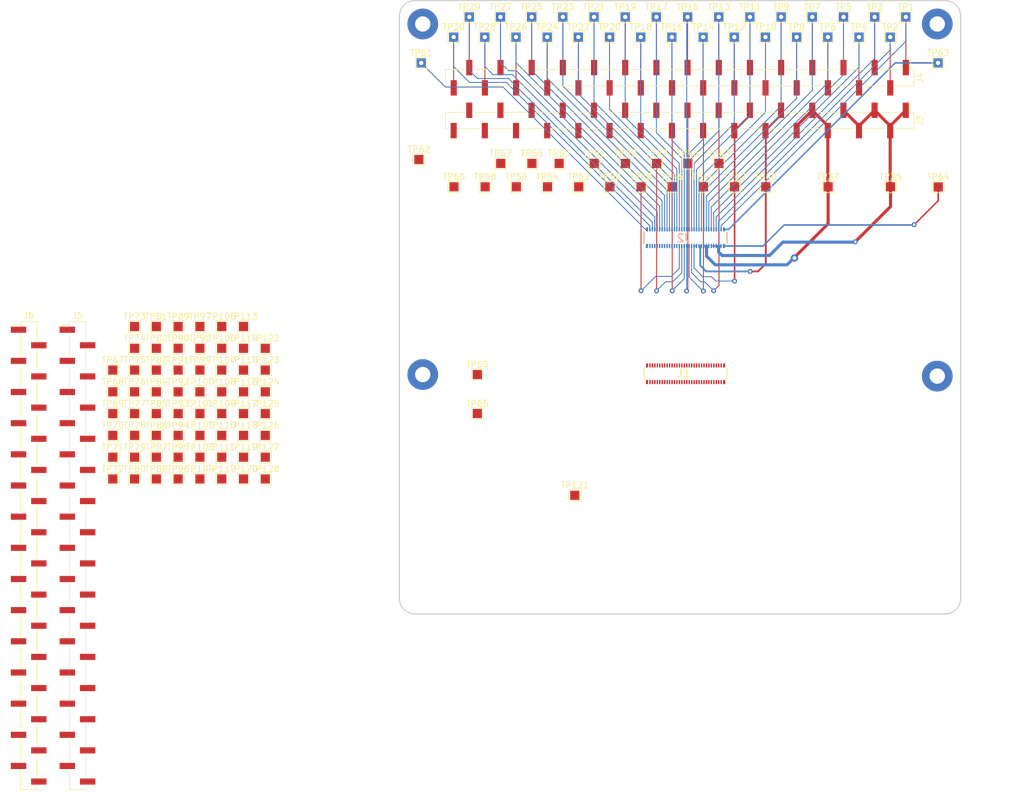
<source format=kicad_pcb>
(kicad_pcb (version 20221018) (generator pcbnew)
  (layers (0 "F.Cu" signal) (31 "B.Cu" signal) (34 "B.Paste" user) (35 "F.Paste" user) (36 "B.SilkS" user "B.Silkscreen") (37 "F.SilkS" user "F.Silkscreen") (38 "B.Mask" user) (39 "F.Mask" user) (44 "Edge.Cuts" user))
  (net 0 "")
  (net 1 "/VCCIO2{slash}3")
  (net 2 "/IOB4A")
  (net 3 "/IOB4B")
  (net 4 "/IOR18A")
  (net 5 "/IOB26A")
  (net 6 "/IOR18B")
  (net 7 "/IOB26B")
  (net 8 "/IOR20A")
  (net 9 "/IOB24A")
  (net 10 "/IOR20B")
  (net 11 "/RECONFIG")
  (net 12 "/IOR22A")
  (net 13 "/IOB12B")
  (net 14 "/IOR22B")
  (net 15 "/IOB14B")
  (net 16 "/IOR24A")
  (net 17 "/IOR24B")
  (net 18 "/TCK")
  (net 19 "/IOR31A")
  (net 20 "/TMS")
  (net 21 "/IOR31B")
  (net 22 "/TDO")
  (net 23 "/IOR33A")
  (net 24 "/TDI")
  (net 25 "/IOR33B")
  (net 26 "/IOB89A")
  (net 27 "/M0_D3P")
  (net 28 "/IOB89B")
  (net 29 "/M0_D3N")
  (net 30 "/IOB91A")
  (net 31 "/IOB91B")
  (net 32 "/M0_D2P")
  (net 33 "/VDD_1V8")
  (net 34 "/M0_D2N")
  (net 35 "+2V5")
  (net 36 "/M0_CKP")
  (net 37 "/M0_CKN")
  (net 38 "+3V3")
  (net 39 "/M0_D1P")
  (net 40 "/M0_D1N")
  (net 41 "+5V")
  (net 42 "/M0_D0P")
  (net 43 "/M0_D0N")
  (net 44 "Net-(J5-Pin_10)")
  (net 45 "Net-(J1-Pad64)")
  (net 46 "Net-(J1-Pad63)")
  (net 47 "Net-(J1-Pad62)")
  (net 48 "Net-(J1-Pad61)")
  (net 49 "Net-(J5-Pin_1)")
  (net 50 "Net-(J5-Pin_6)")
  (net 51 "Net-(J5-Pin_9)")
  (net 52 "Net-(J5-Pin_29)")
  (net 53 "GND")
  (footprint "TestPoint:TestPoint_Pad_1.5x1.5mm" (layer "F.Cu") (at 96.526 113.828)
    (fp_text reference "TP114")
    (fp_text value "TestPoint")
  )
  (footprint "TestPoint:TestPoint_Pad_1.5x1.5mm" (layer "F.Cu") (at 85.876 120.928)
    (fp_text reference "TP92")
    (fp_text value "TestPoint")
  )
  (footprint "TestPoint:TestPoint_Pad_1.5x1.5mm" (layer "F.Cu") (at 78.776 131.578)
    (fp_text reference "TP79")
    (fp_text value "TestPoint")
  )
  (footprint "TestPoint:TestPoint_Pad_1.5x1.5mm" (layer "F.Cu") (at 158.75 83.693)
    (fp_text reference "TP49")
    (fp_text value "TestPoint")
  )
  (footprint "TestPoint:TestPoint_Pad_1.5x1.5mm" (layer "F.Cu") (at 100.076 131.578)
    (fp_text reference "TP127")
    (fp_text value "TestPoint")
  )
  (footprint "TestPoint:TestPoint_Pad_1.5x1.5mm" (layer "F.Cu") (at 92.976 131.578)
    (fp_text reference "TP111")
    (fp_text value "TestPoint")
  )
  (footprint "TestPoint:TestPoint_Pad_1.5x1.5mm" (layer "F.Cu") (at 147.955 83.693)
    (fp_text reference "TP53")
    (fp_text value "TestPoint")
  )
  (footprint "TestPoint:TestPoint_THTPad_1.5x1.5mm_Drill0.7mm" (layer "F.Cu") (at 153.632 59.817)
    (fp_text reference "TP21")
    (fp_text value "TestPoint")
  )
  (footprint "TestPoint:TestPoint_Pad_1.5x1.5mm" (layer "F.Cu") (at 100.076 113.828)
    (fp_text reference "TP122")
    (fp_text value "TestPoint")
  )
  (footprint "TestPoint:TestPoint_THTPad_1.5x1.5mm_Drill0.7mm" (layer "F.Cu") (at 158.712 59.817)
    (fp_text reference "TP19")
    (fp_text value "TestPoint")
  )
  (footprint "TestPoint:TestPoint_Pad_1.5x1.5mm" (layer "F.Cu") (at 75.226 124.478)
    (fp_text reference "TP69")
    (fp_text value "TestPoint")
  )
  (footprint "TestPoint:TestPoint_Pad_1.5x1.5mm" (layer "F.Cu") (at 78.776 110.278)
    (fp_text reference "TP73")
    (fp_text value "TestPoint")
  )
  (footprint "MountingHole:MountingHole_2.5mm_Pad_TopBottom" (layer "F.Cu") (at 125.73 60.96)
    (fp_text reference "REF**" hide)
    (fp_text value "MountingHole_2.5mm_Pad_TopBottom" hide)
  )
  (footprint "TestPoint:TestPoint_Pad_1.5x1.5mm" (layer "F.Cu") (at 96.526 124.478)
    (fp_text reference "TP117")
    (fp_text value "TestPoint")
  )
  (footprint "TestPoint:TestPoint_THTPad_1.5x1.5mm_Drill0.7mm" (layer "F.Cu") (at 156.1592 63.0936)
    (fp_text reference "TP20")
    (fp_text value "TestPoint")
  )
  (footprint "TestPoint:TestPoint_Pad_1.5x1.5mm" (layer "F.Cu") (at 176.53 87.503)
    (fp_text reference "TP42")
    (fp_text value "TestPoint")
  )
  (footprint "TestPoint:TestPoint_Pad_1.5x1.5mm" (layer "F.Cu") (at 96.526 135.128)
    (fp_text reference "TP120")
    (fp_text value "TestPoint")
  )
  (footprint "TestPoint:TestPoint_Pad_1.5x1.5mm" (layer "F.Cu") (at 82.326 110.278)
    (fp_text reference "TP81")
    (fp_text value "TestPoint")
  )
  (footprint "TestPoint:TestPoint_Pad_1.5x1.5mm" (layer "F.Cu") (at 134.62 118.11)
    (fp_text reference "TP65")
    (fp_text value "TestPoint")
  )
  (footprint "TestPoint:TestPoint_Pad_1.5x1.5mm" (layer "F.Cu") (at 92.976 113.828)
    (fp_text reference "TP106")
    (fp_text value "TestPoint")
  )
  (footprint "TestPoint:TestPoint_Pad_1.5x1.5mm" (layer "F.Cu") (at 78.776 113.828)
    (fp_text reference "TP74")
    (fp_text value "TestPoint")
  )
  (footprint "TestPoint:TestPoint_THTPad_1.5x1.5mm_Drill0.7mm" (layer "F.Cu") (at 163.792 59.817)
    (fp_text reference "TP17")
    (fp_text value "TestPoint")
  )
  (footprint "TestPoint:TestPoint_Pad_1.5x1.5mm" (layer "F.Cu") (at 85.876 124.478)
    (fp_text reference "TP93")
    (fp_text value "TestPoint")
  )
  (footprint "TestPoint:TestPoint_Pad_1.5x1.5mm" (layer "F.Cu") (at 209.7024 87.5284)
    (fp_text reference "TP64")
    (fp_text value "TestPoint")
  )
  (footprint "TestPoint:TestPoint_THTPad_1.5x1.5mm_Drill0.7mm" (layer "F.Cu") (at 171.3992 63.0936)
    (fp_text reference "TP14")
    (fp_text value "TestPoint")
  )
  (footprint "TestPoint:TestPoint_Pad_1.5x1.5mm" (layer "F.Cu") (at 82.326 117.378)
    (fp_text reference "TP83")
    (fp_text value "TestPoint")
  )
  (footprint "TestPoint:TestPoint_THTPad_1.5x1.5mm_Drill0.7mm" (layer "F.Cu") (at 191.7192 63.0936)
    (fp_text reference "TP6")
    (fp_text value "TestPoint")
  )
  (footprint "TestPoint:TestPoint_Pad_1.5x1.5mm" (layer "F.Cu") (at 89.426 120.928)
    (fp_text reference "TP100")
    (fp_text value "TestPoint")
  )
  (footprint "TestPoint:TestPoint_THTPad_1.5x1.5mm_Drill0.7mm" (layer "F.Cu") (at 176.4792 63.0936)
    (fp_text reference "TP12")
    (fp_text value "TestPoint")
  )
  (footprint "TestPoint:TestPoint_Pad_1.5x1.5mm" (layer "F.Cu") (at 135.89 87.503)
    (fp_text reference "TP58")
    (fp_text value "TestPoint")
  )
  (footprint "TestPoint:TestPoint_THTPad_1.5x1.5mm_Drill0.7mm" (layer "F.Cu") (at 161.2392 63.0936)
    (fp_text reference "TP18")
    (fp_text value "TestPoint")
  )
  (footprint "TestPoint:TestPoint_Pad_1.5x1.5mm" (layer "F.Cu") (at 96.526 120.928)
    (fp_text reference "TP116")
    (fp_text value "TestPoint")
  )
  (footprint "TestPoint:TestPoint_Pad_1.5x1.5mm" (layer "F.Cu") (at 161.29 87.503)
    (fp_text reference "TP48")
    (fp_text value "TestPoint")
  )
  (footprint "TestPoint:TestPoint_Pad_1.5x1.5mm" (layer "F.Cu") (at 82.326 128.028)
    (fp_text reference "TP86")
    (fp_text value "TestPoint")
  )
  (footprint "TestPoint:TestPoint_THTPad_1.5x1.5mm_Drill0.7mm" (layer "F.Cu") (at 204.432 59.817)
    (fp_text reference "TP1")
    (fp_text value "TestPoint")
  )
  (footprint "TestPoint:TestPoint_THTPad_1.5x1.5mm_Drill0.7mm" (layer "F.Cu") (at 196.7992 63.0936)
    (fp_text reference "TP4")
    (fp_text value "TestPoint")
  )
  (footprint "TestPoint:TestPoint_Pad_1.5x1.5mm" (layer "F.Cu") (at 181.61 87.503)
    (fp_text reference "TP40")
    (fp_text value "TestPoint")
  )
  (footprint "TestPoint:TestPoint_Pad_1.5x1.5mm" (layer "F.Cu") (at 75.226 117.378)
    (fp_text reference "TP67")
    (fp_text value "TestPoint")
  )
  (footprint "TestPoint:TestPoint_Pad_1.5x1.5mm" (layer "F.Cu") (at 78.776 135.128)
    (fp_text reference "TP80")
    (fp_text value "TestPoint")
  )
  (footprint "TestPoint:TestPoint_Pad_1.5x1.5mm" (layer "F.Cu") (at 153.67 83.693)
    (fp_text reference "TP51")
    (fp_text value "TestPoint")
  )
  (footprint "TestPoint:TestPoint_THTPad_1.5x1.5mm_Drill0.7mm" (layer "F.Cu") (at 148.552 59.817)
    (fp_text reference "TP23")
    (fp_text value "TestPoint")
  )
  (footprint "TestPoint:TestPoint_THTPad_1.5x1.5mm_Drill0.7mm" (layer "F.Cu") (at 194.272 59.817)
    (fp_text reference "TP5")
    (fp_text value "TestPoint")
  )
  (footprint "TestPoint:TestPoint_Pad_1.5x1.5mm" (layer "F.Cu") (at 89.426 128.028)
    (fp_text reference "TP102")
    (fp_text value "TestPoint")
  )
  (footprint "MountingHole:MountingHole_2.5mm_Pad_TopBottom" (layer "F.Cu") (at 125.73 118.11)
    (fp_text reference "REF**" hide)
    (fp_text value "MountingHole_2.5mm_Pad_TopBottom")
  )
  (footprint "TestPoint:TestPoint_Pad_1.5x1.5mm" (layer "F.Cu") (at 82.326 120.928)
    (fp_text reference "TP84")
    (fp_text value "TestPoint")
  )
  (footprint "TestPoint:TestPoint_Pad_1.5x1.5mm" (layer "F.Cu") (at 166.37 87.503)
    (fp_text reference "TP46")
    (fp_text value "TestPoint")
  )
  (footprint "Connector_PinHeader_2.54mm:PinHeader_1x30_P2.54mm_Vertical_SMD_Pin1Left" (layer "F.Cu") (at 69.476 147.628)
    (fp_text reference "J5")
    (fp_text value "Conn_01x30")
  )
  (footprint "TestPoint:TestPoint_THTPad_1.5x1.5mm_Drill0.7mm" (layer "F.Cu") (at 166.3192 63.0936)
    (fp_text reference "TP16")
    (fp_text value "TestPoint")
  )
  (footprint "TestPoint:TestPoint_Pad_1.5x1.5mm" (layer "F.Cu") (at 85.876 131.578)
    (fp_text reference "TP95")
    (fp_text value "TestPoint")
  )
  (footprint "TestPoint:TestPoint_Pad_1.5x1.5mm" (layer "F.Cu") (at 82.326 124.478)
    (fp_text reference "TP85")
    (fp_text value "TestPoint")
  )
  (footprint "TestPoint:TestPoint_Pad_1.5x1.5mm" (layer "F.Cu") (at 89.426 135.128)
    (fp_text reference "TP104")
    (fp_text value "TestPoint")
  )
  (footprint "TestPoint:TestPoint_THTPad_1.5x1.5mm_Drill0.7mm" (layer "F.Cu") (at 189.192 59.817)
    (fp_text reference "TP7")
    (fp_text value "TestPoint")
  )
  (footprint "TestPoint:TestPoint_Pad_1.5x1.5mm" (layer "F.Cu") (at 85.876 117.378)
    (fp_text reference "TP91")
    (fp_text value "TestPoint")
  )
  (footprint "TestPoint:TestPoint_THTPad_1.5x1.5mm_Drill0.7mm" (layer "F.Cu") (at 201.8792 63.0936)
    (fp_text reference "TP2")
    (fp_text value "TestPoint")
  )
  (footprint "MountingHole:MountingHole_2.5mm_Pad_TopBottom" (layer "F.Cu") (at 209.55 60.96)
    (fp_text reference "REF**" hide)
    (fp_text value "MountingHole_2.5mm_Pad_TopBottom" hide)
  )
  (footprint "TestPoint:TestPoint_Pad_1.5x1.5mm" (layer "F.Cu") (at 100.076 124.478)
    (fp_text reference "TP125")
    (fp_text value "TestPoint")
  )
  (footprint "MountingHole:MountingHole_2.5mm_Pad_TopBottom" (layer "F.Cu") (at 209.55 118.364)
    (fp_text reference "REF**" hide)
    (fp_text value "MountingHole_2.5mm_Pad_TopBottom")
  )
  (footprint "TestPoint:TestPoint_Pad_1.5x1.5mm" (layer "F.Cu") (at 89.426 113.828)
    (fp_text reference "TP98")
    (fp_text value "TestPoint")
  )
  (footprint "TestPoint:TestPoint_THTPad_1.5x1.5mm_Drill0.7mm" (layer "F.Cu") (at 179.032 59.817)
    (fp_text reference "TP11")
    (fp_text value "TestPoint")
  )
  (footprint "TestPoint:TestPoint_THTPad_1.5x1.5mm_Drill0.7mm" (layer "F.Cu") (at 135.8392 63.0936)
    (fp_text reference "TP28")
    (fp_text value "TestPoint")
  )
  (footprint "TestPoint:TestPoint_THTPad_1.5x1.5mm_Drill0.7mm" (layer "F.Cu") (at 168.872 59.817)
    (fp_text reference "TP15")
    (fp_text value "TestPoint")
  )
  (footprint "TestPoint:TestPoint_Pad_1.5x1.5mm" (layer "F.Cu") (at 96.526 128.028)
    (fp_text reference "TP118")
    (fp_text value "TestPoint")
  )
  (footprint "TestPoint:TestPoint_Pad_1.5x1.5mm" (layer "F.Cu") (at 150.495 137.795)
    (fp_text reference "TP121")
    (fp_text value "TestPoint")
  )
  (footprint "TestPoint:TestPoint_Pad_1.5x1.5mm" (layer "F.Cu") (at 75.226 128.028)
    (fp_text reference "TP70")
    (fp_text value "TestPoint")
  )
  (footprint "SamacSys_Parts:DF40C-60DP-0.4V_51_" (layer "F.Cu") (at 168.5448 117.982)
    (fp_text reference "J1")
    (fp_text value "DF40C-60DP-0.4V_51_" hide)
  )
  (footprint "TestPoint:TestPoint_Pad_1.5x1.5mm" (layer "F.Cu") (at 151.13 87.503)
    (fp_text reference "TP52")
    (fp_text value "TestPoint")
  )
  (footprint "TestPoint:TestPoint_Pad_1.5x1.5mm" (layer "F.Cu") (at 85.876 135.128)
    (fp_text reference "TP96")
    (fp_text value "TestPoint")
  )
  (footprint "TestPoint:TestPoint_Pad_1.5x1.5mm" (layer "F.Cu") (at 89.426 124.478)
    (fp_text reference "TP101")
    (fp_text value "TestPoint")
  )
  (footprint "TestPoint:TestPoint_Pad_1.5x1.5mm" (layer "F.Cu") (at 201.93 87.503)
    (fp_text reference "TP35")
    (fp_text value "TestPoint")
  )
  (footprint "TestPoint:TestPoint_THTPad_1.5x1.5mm_Drill0.7mm" (layer "F.Cu") (at 184.112 59.817)
    (fp_text reference "TP9")
    (fp_text value "TestPoint")
  )
  (footprint "TestPoint:TestPoint_THTPad_1.5x1.5mm_Drill0.7mm" (layer "F.Cu") (at 186.6392 63.0936)
    (fp_text reference "TP8")
    (fp_text value "TestPoint")
  )
  (footprint "TestPoint:TestPoint_Pad_1.5x1.5mm" (layer "F.Cu") (at 92.976 135.128)
    (fp_text reference "TP112")
    (fp_text value "TestPoint")
  )
  (footprint "TestPoint:TestPoint_Pad_1.5x1.5mm" (layer "F.Cu") (at 92.976 117.378)
    (fp_text reference "TP107")
    (fp_text value "TestPoint")
  )
  (footprint "TestPoint:TestPoint_Pad_1.5x1.5mm" (layer "F.Cu") (at 100.076 120.928)
    (fp_text reference "TP124")
    (fp_text value "TestPoint")
  )
  (footprint "TestPoint:TestPoint_THTPad_1.5x1.5mm_Drill0.7mm" (layer "F.Cu") (at 151.0792 63.0936)
    (fp_text reference "TP22")
    (fp_text value "TestPoint")
  )
  (footprint "TestPoint:TestPoint_Pad_1.5x1.5mm" (layer "F.Cu") (at 78.776 120.928)
    (fp_text reference "TP76")
    (fp_text value "TestPoint")
  )
  (footprint "TestPoint:TestPoint_Pad_1.5x1.5mm" (layer "F.Cu") (at 82.326 135.128)
    (fp_text reference "TP88")
    (fp_text value "TestPoint")
  )
  (footprint "TestPoint:TestPoint_THTPad_1.5x1.5mm_Drill0.7mm" (layer "F.Cu") (at 133.312 59.817)
    (fp_text reference "TP29")
    (fp_text value "TestPoint")
  )
  (footprint "TestPoint:TestPoint_Pad_1.5x1.5mm" (layer "F.Cu") (at 156.21 87.503)
    (fp_text reference "TP50")
    (fp_text value "TestPoint")
  )
  (footprint "TestPoint:TestPoint_THTPad_1.5x1.5mm_Drill0.7mm" (layer "F.Cu") (at 181.5592 63.0936)
    (fp_text reference "TP10")
    (fp_text value "TestPoint")
  )
  (footprint "TestPoint:TestPoint_Pad_1.5x1.5mm" (layer "F.Cu") (at 134.62 124.46)
    (fp_text reference "TP66")
    (fp_text value "TestPoint")
  )
  (footprint "TestPoint:TestPoint_Pad_1.5x1.5mm" (layer "F.Cu") (at 92.976 110.278)
    (fp_text reference "TP105")
    (fp_text value "TestPoint")
  )
  (footprint "Connector_PinHeader_2.54mm:PinHeader_1x30_P2.54mm_Vertical_SMD_Pin1Left" (layer "F.Cu") (at 167.602 69.719 -90)
    (fp_text reference "J4")
    (fp_text value "Conn_01x30")
  )
  (footprint "TestPoint:TestPoint_Pad_1.5x1.5mm" (layer "F.Cu") (at 75.226 135.128)
    (fp_text reference "TP72")
    (fp_text value "TestPoint")
  )
  (footprint "TestPoint:TestPoint_THTPad_1.5x1.5mm_Drill0.7mm" (layer "F.Cu") (at 130.7592 63.0936)
    (fp_text reference "TP30")
    (fp_text value "TestPoint")
  )
  (footprint "TestPoint:TestPoint_Pad_1.5x1.5mm" (layer "F.Cu") (at 168.91 83.693)
    (fp_text reference "TP45")
    (fp_text value "TestPoint")
  )
  (footprint "TestPoint:TestPoint_Pad_1.5x1.5mm" (layer "F.Cu") (at 96.526 117.378)
    (fp_text reference "TP115")
    (fp_text value "TestPoint")
  )
  (footprint "TestPoint:TestPoint_Pad_1.5x1.5mm" (layer "F.Cu") (at 130.81 87.503)
    (fp_text reference "TP60")
    (fp_text value "TestPoint")
  )
  (footprint "TestPoint:TestPoint_THTPad_1.5x1.5mm_Drill0.7mm" (layer "F.Cu") (at 138.392 59.817)
    (fp_text reference "TP27")
    (fp_text value "TestPoint")
  )
  (footprint "Connector_PinHeader_2.54mm:PinHeader_1x30_P2.54mm_Vertical_SMD_Pin1Left" (layer "F.Cu") (at 61.526 147.628)
    (fp_text reference "J6")
    (fp_text value "Conn_01x30")
  )
  (footprint "TestPoint:TestPoint_Pad_1.5x1.5mm" (layer "F.Cu") (at 82.326 131.578)
    (fp_text reference "TP87")
    (fp_text value "TestPoint")
  )
  (footprint "TestPoint:TestPoint_Pad_1.5x1.5mm" (layer "F.Cu") (at 96.526 110.278)
    (fp_text reference "TP113")
    (fp_text value "TestPoint")
  )
  (footprint "TestPoint:TestPoint_Pad_1.5x1.5mm" (layer "F.Cu") (at 96.526 131.578)
    (fp_text reference "TP119")
    (fp_text value "TestPoint")
  )
  (footprint "TestPoint:TestPoint_Pad_1.5x1.5mm" (layer "F.Cu") (at 138.43 83.693)
    (fp_text reference "TP57")
    (fp_text value "TestPoint")
  )
  (footprint "TestPoint:TestPoint_Pad_1.5x1.5mm" (layer "F.Cu") (at 78.776 117.378)
    (fp_text reference "TP75")
    (fp_text value "TestPoint")
  )
  (footprint "TestPoint:TestPoint_Pad_1.5x1.5mm" (layer "F.Cu") (at 85.876 110.278)
    (fp_text reference "TP89")
    (fp_text value "TestPoint")
  )
  (footprint "TestPoint:TestPoint_Pad_1.5x1.5mm" (layer "F.Cu") (at 78.776 128.028)
    (fp_text reference "TP78")
    (fp_text value "TestPoint")
  )
  (footprint "Connector_PinHeader_2.54mm:PinHeader_1x30_P2.54mm_Vertical_SMD_Pin1Left" (layer "F.Cu") (at 167.5892 76.6866 -90)
    (fp_text reference "J3")
    (fp_text value "Conn_01x30" hide)
  )
  (footprint "TestPoint:TestPoint_Pad_1.5x1.5mm" (layer "F.Cu") (at 92.976 124.478)
    (fp_text reference "TP109")
    (fp_text value "TestPoint")
  )
  (footprint "TestPoint:TestPoint_Pad_1.5x1.5mm" (layer "F.Cu") (at 85.876 113.828)
    (fp_text reference "TP90")
    (fp_text value "TestPoint")
  )
  (footprint "TestPoint:TestPoint_Pad_1.5x1.5mm" (layer "F.Cu") (at 146.05 87.503)
    (fp_text reference "TP54")
    (fp_text value "TestPoint")
  )
  (footprint "TestPoint:TestPoint_Pad_1.5x1.5mm" (layer "F.Cu") (at 100.076 117.378)
    (fp_text reference "TP123")
    (fp_text value "TestPoint")
  )
  (footprint "TestPoint:TestPoint_THTPad_1.5x1.5mm_Drill0.7mm" (layer "F.Cu") (at 209.677 67.31)
    (fp_text reference "TP63")
    (fp_text value "TestPoint")
  )
  (footprint "TestPoint:TestPoint_Pad_1.5x1.5mm" (layer "F.Cu") (at 89.426 131.578)
    (fp_text reference "TP103")
    (fp_text value "TestPoint")
  )
  (footprint "TestPoint:TestPoint_Pad_1.5x1.5mm" (layer "F.Cu") (at 173.99 83.693)
    (fp_text reference "TP43")
    (fp_text value "TestPoint")
  )
  (footprint "TestPoint:TestPoint_Pad_1.5x1.5mm" (layer "F.Cu") (at 100.076 135.128)
    (fp_text reference "TP128")
    (fp_text value "TestPoint")
  )
  (footprint "TestPoint:TestPoint_Pad_1.5x1.5mm" (layer "F.Cu") (at 75.226 120.928)
    (fp_text reference "TP68")
    (fp_text value "TestPoint")
  )
  (footprint "TestPoint:TestPoint_Pad_1.5x1.5mm" (layer "F.Cu") (at 163.83 83.693)
    (fp_text reference "TP47")
    (fp_text value "TestPoint")
  )
  (footprint "TestPoint:TestPoint_Pad_1.5x1.5mm" (layer "F.Cu") (at 82.326 113.828)
    (fp_text reference "TP82")
    (fp_text value "TestPoint")
  )
  (footprint "TestPoint:TestPoint_Pad_1.5x1.5mm" (layer "F.Cu") (at 92.976 120.928)
    (fp_text reference "TP108")
    (fp_text value "TestPoint")
  )
  (footprint "TestPoint:TestPoint_Pad_1.5x1.5mm" (layer "F.Cu") (at 78.776 124.478)
    (fp_text reference "TP77")
    (fp_text value "TestPoint")
  )
  (footprint "TestPoint:TestPoint_Pad_1.5x1.5mm" (layer "F.Cu") (at 89.426 110.278)
    (fp_text reference "TP97")
    (fp_text value "TestPoint")
  )
  (footprint "TestPoint:TestPoint_Pad_1.5x1.5mm" (layer "F.Cu") (at 191.77 87.503)
    (fp_text reference "TP37")
    (fp_text value "TestPoint")
  )
  (footprint "TestPoint:TestPoint_THTPad_1.5x1.5mm_Drill0.7mm" (layer "F.Cu") (at 143.472 59.817)
    (fp_text reference "TP25")
    (fp_text value "TestPoint")
  )
  (footprint "TestPoint:TestPoint_Pad_1.5x1.5mm" (layer "F.Cu") (at 100.076 128.028)
    (fp_text reference "TP126")
    (fp_text value "TestPoint")
  )
  (footprint "TestPoint:TestPoint_THTPad_1.5x1.5mm_Drill0.7mm" (layer "F.Cu") (at 145.9992 63.0936)
    (fp_text reference "TP24")
    (fp_text value "TestPoint")
  )
  (footprint "TestPoint:TestPoint_THTPad_1.5x1.5mm_Drill0.7mm" (layer "F.Cu") (at 140.9192 63.0936)
    (fp_text reference "TP26")
    (fp_text value "TestPoint")
  )
  (footprint "TestPoint:TestPoint_Pad_1.5x1.5mm" (layer "F.Cu") (at 143.51 83.693)
    (fp_text reference "TP55")
    (fp_text value "TestPoint")
  )
  (footprint "TestPoint:TestPoint_Pad_1.5x1.5mm" (layer "F.Cu") (at 140.97 87.503)
    (fp_text reference "TP56")
    (fp_text value "TestPoint")
  )
  (footprint "TestPoint:TestPoint_Pad_1.5x1.5mm" (layer "F.Cu") (at 85.876 128.028)
    (fp_text reference "TP94")
    (fp_text value "TestPoint")
  )
  (footprint "TestPoint:TestPoint_Pad_1.5x1.5mm" (layer "F.Cu") (at 92.976 128.028)
    (fp_text reference "TP110")
    (fp_text value "TestPoint")
  )
  (footprint "TestPoint:TestPoint_THTPad_1.5x1.5mm_Drill0.7mm" (layer "F.Cu") (at 199.352 59.817)
    (fp_text reference "TP3")
    (fp_text value "TestPoint")
  )
  (footprint "TestPoint:TestPoint_Pad_1.5x1.5mm" (layer "F.Cu") (at 171.45 87.503)
    (fp_text reference "TP44")
    (fp_text value "TestPoint")
  )
  (footprint "TestPoint:TestPoint_Pad_1.5x1.5mm" (layer "F.Cu") (at 125.095 83.058)
    (fp_text reference "TP62")
    (fp_text value "TestPoint")
  )
  (footprint "TestPoint:TestPoint_THTPad_1.5x1.5mm_Drill0.7mm" (layer "F.Cu") (at 125.476 67.31)
    (fp_text reference "TP61")
    (fp_text value "TestPoint")
  )
  (footprint "TestPoint:TestPoint_THTPad_1.5x1.5mm_Drill0.7mm" (layer "F.Cu") (at 173.952 59.817)
    (fp_text reference "TP13")
    (fp_text value "TestPoint")
  )
  (footprint "TestPoint:TestPoint_Pad_1.5x1.5mm" (layer "F.Cu") (at 75.226 131.578)
    (fp_text reference "TP71")
    (fp_text value "TestPoint")
  )
  (footprint "TestPoint:TestPoint_Pad_1.5x1.5mm" (layer "F.Cu") (at 89.426 117.378)
    (fp_text reference "TP99")
    (fp_text value "TestPoint")
  )
  (footprint "SamacSys_Parts:DF40C-60DP-0.4V_51_" (layer "B.Cu") (at 168.526 95.8)
    (fp_text reference "J2")
    (fp_text value "DF40C-60DP-0.4V_51_" hide)
  )
  (gr_line (start 210.82 57.15) (end 124.46 57.15) (stroke (width 0.2)) (layer "Edge.Cuts"))
  (gr_arc (start 124.462312 157.136238) (mid 122.666261 156.392289) (end 121.922312 154.596238) (stroke (width 0.2)) (layer "Edge.Cuts"))
  (gr_arc (start 210.82 57.15) (mid 212.616051 57.893949) (end 213.36 59.69) (stroke (width 0.2)) (layer "Edge.Cuts"))
  (gr_line (start 124.462312 157.136238) (end 210.822312 157.136238) (stroke (width 0.2)) (layer "Edge.Cuts"))
  (gr_line (start 121.92 59.69) (end 121.92 154.559) (stroke (width 0.2)) (layer "Edge.Cuts"))
  (gr_arc (start 213.362312 154.596238) (mid 212.618363 156.392289) (end 210.822312 157.136238) (stroke (width 0.2)) (layer "Edge.Cuts"))
  (gr_arc (start 121.92 59.69) (mid 122.663949 57.893949) (end 124.46 57.15) (stroke (width 0.2)) (layer "Edge.Cuts"))
  (gr_line (start 213.36 154.686) (end 213.36 59.69) (stroke (width 0.2)) (layer "Edge.Cuts"))
  (segment (start 133.312 59.817) (end 133.312 68.064) (width 0.15) (layer "F.Cu") (net 2))
  (segment (start 139.7 69.85) (end 134.62 69.85) (width 0.15) (layer "B.Cu") (net 2))
  (segment (start 133.312 68.542) (end 133.312 59.817) (width 0.15) (layer "B.Cu") (net 2))
  (segment (start 163.126 93.276) (end 139.7 69.85) (width 0.15) (layer "B.Cu") (net 2))
  (segment (start 134.62 69.85) (end 133.312 68.542) (width 0.15) (layer "B.Cu") (net 2))
  (segment (start 163.126 94.445) (end 163.126 93.276) (width 0.15) (layer "B.Cu") (net 2))
  (segment (start 135.8392 63.0936) (end 135.8392 71.3612) (width 0.15) (layer "F.Cu") (net 3))
  (segment (start 135.8392 71.3612) (end 135.852 71.374) (width 0.15) (layer "F.Cu") (net 3))
  (segment (start 163.526 92.406) (end 140.335 69.215) (width 0.15) (layer "B.Cu") (net 3))
  (segment (start 135.8392 67.8942) (end 135.8392 63.0936) (width 0.15) (layer "B.Cu") (net 3))
  (segment (start 163.526 94.445) (end 163.526 92.406) (width 0.15) (layer "B.Cu") (net 3))
  (segment (start 137.16 69.215) (end 135.8392 67.8942) (width 0.15) (layer "B.Cu") (net 3))
  (segment (start 140.335 69.215) (end 137.16 69.215) (width 0.15) (layer "B.Cu") (net 3))
  (segment (start 138.392 59.817) (end 138.392 68.064) (width 0.15) (layer "F.Cu") (net 5))
  (segment (start 163.926 91.536) (end 140.97 68.58) (width 0.15) (layer "B.Cu") (net 5))
  (segment (start 139.7 68.58) (end 138.392 67.272) (width 0.15) (layer "B.Cu") (net 5))
  (segment (start 163.926 94.445) (end 163.926 91.536) (width 0.15) (layer "B.Cu") (net 5))
  (segment (start 140.97 68.58) (end 139.7 68.58) (width 0.15) (layer "B.Cu") (net 5))
  (segment (start 138.392 67.272) (end 138.392 59.817) (width 0.15) (layer "B.Cu") (net 5))
  (segment (start 140.9192 63.0936) (end 140.9192 71.3612) (width 0.15) (layer "F.Cu") (net 7))
  (segment (start 140.9192 71.3612) (end 140.932 71.374) (width 0.15) (layer "F.Cu") (net 7))
  (segment (start 164.326 94.445) (end 164.326 90.666) (width 0.15) (layer "B.Cu") (net 7))
  (segment (start 140.9192 67.2592) (end 140.9192 63.0936) (width 0.15) (layer "B.Cu") (net 7))
  (segment (start 164.326 90.666) (end 140.9192 67.2592) (width 0.15) (layer "B.Cu") (net 7))
  (segment (start 143.472 59.817) (end 143.472 68.064) (width 0.15) (layer "F.Cu") (net 9))
  (segment (start 164.726 89.796) (end 143.472 68.542) (width 0.15) (layer "B.Cu") (net 9))
  (segment (start 164.726 94.445) (end 164.726 89.796) (width 0.15) (layer "B.Cu") (net 9))
  (segment (start 143.472 68.542) (end 143.472 59.817) (width 0.15) (layer "B.Cu") (net 9))
  (segment (start 145.9992 71.3612) (end 146.012 71.374) (width 0.15) (layer "F.Cu") (net 11))
  (segment (start 145.9992 63.0936) (end 145.9992 71.3612) (width 0.15) (layer "F.Cu") (net 11))
  (segment (start 165.126 94.445) (end 165.126 88.926) (width 0.15) (layer "B.Cu") (net 11))
  (segment (start 165.126 88.926) (end 145.9992 69.7992) (width 0.15) (layer "B.Cu") (net 11))
  (segment (start 145.9992 69.7992) (end 145.9992 63.0936) (width 0.15) (layer "B.Cu") (net 11))
  (segment (start 148.552 59.817) (end 148.552 68.064) (width 0.15) (layer "F.Cu") (net 13))
  (segment (start 165.526 88.056) (end 148.552 71.082) (width 0.15) (layer "B.Cu") (net 13))
  (segment (start 148.552 71.082) (end 148.552 59.817) (width 0.15) (layer "B.Cu") (net 13))
  (segment (start 165.526 94.445) (end 165.526 88.056) (width 0.15) (layer "B.Cu") (net 13))
  (segment (start 151.0792 71.3612) (end 151.092 71.374) (width 0.15) (layer "F.Cu") (net 15))
  (segment (start 151.0792 63.0936) (end 151.0792 71.3612) (width 0.15) (layer "F.Cu") (net 15))
  (segment (start 165.926 87.186) (end 151.0792 72.3392) (width 0.15) (layer "B.Cu") (net 15))
  (segment (start 151.0792 72.3392) (end 151.0792 63.0936) (width 0.15) (layer "B.Cu") (net 15))
  (segment (start 165.926 94.445) (end 165.926 87.186) (width 0.15) (layer "B.Cu") (net 15))
  (segment (start 156.1592 71.3612) (end 156.172 71.374) (width 0.15) (layer "F.Cu") (net 18))
  (segment (start 156.1592 63.0936) (end 156.1592 71.3612) (width 0.15) (layer "F.Cu") (net 18))
  (segment (start 166.726 85.446) (end 156.1592 74.8792) (width 0.15) (layer "B.Cu") (net 18))
  (segment (start 166.726 94.445) (end 166.726 85.446) (width 0.15) (layer "B.Cu") (net 18))
  (segment (start 156.1592 74.8792) (end 156.1592 63.0936) (width 0.15) (layer "B.Cu") (net 18))
  (segment (start 158.712 59.817) (end 158.712 68.064) (width 0.15) (layer "F.Cu") (net 20))
  (segment (start 158.712 76.162) (end 158.712 59.817) (width 0.15) (layer "B.Cu") (net 20))
  (segment (start 167.126 94.445) (end 167.126 84.576) (width 0.15) (layer "B.Cu") (net 20))
  (segment (start 167.126 84.576) (end 158.712 76.162) (width 0.15) (layer "B.Cu") (net 20))
  (segment (start 161.2392 71.3612) (end 161.252 71.374) (width 0.15) (layer "F.Cu") (net 22))
  (segment (start 161.2392 63.0936) (end 161.2392 71.3612) (width 0.15) (layer "F.Cu") (net 22))
  (segment (start 167.526 83.706) (end 161.2392 77.4192) (width 0.15) (layer "B.Cu") (net 22))
  (segment (start 161.2392 77.4192) (end 161.2392 63.0936) (width 0.15) (layer "B.Cu") (net 22))
  (segment (start 167.526 94.445) (end 167.526 83.706) (width 0.15) (layer "B.Cu") (net 22))
  (segment (start 161.29 104.4448) (end 161.29 87.503) (width 0.15) (layer "F.Cu") (net 23))
  (via (at 161.29 104.4448) (size 0.8) (drill 0.4) (layers "F.Cu" "B.Cu") (net 23))
  (segment (start 167.526 100.7996) (end 167.526 97.155) (width 0.15) (layer "B.Cu") (net 23))
  (segment (start 166.2176 102.108) (end 167.526 100.7996) (width 0.15) (layer "B.Cu") (net 23))
  (segment (start 163.6776 102.108) (end 166.2176 102.108) (width 0.15) (layer "B.Cu") (net 23))
  (segment (start 161.3408 104.4448) (end 163.6776 102.108) (width 0.15) (layer "B.Cu") (net 23))
  (segment (start 161.29 104.4448) (end 161.3408 104.4448) (width 0.15) (layer "B.Cu") (net 23))
  (segment (start 163.792 59.817) (end 163.792 68.064) (width 0.15) (layer "F.Cu") (net 24))
  (segment (start 167.926 82.836) (end 163.792 78.702) (width 0.15) (layer "B.Cu") (net 24))
  (segment (start 167.926 94.445) (end 167.926 82.836) (width 0.15) (layer "B.Cu") (net 24))
  (segment (start 163.792 78.702) (end 163.792 59.817) (width 0.15) (layer "B.Cu") (net 24))
  (segment (start 163.83 104.4448) (end 163.83 83.693) (width 0.15) (layer "F.Cu") (net 25))
  (via (at 163.83 104.4448) (size 0.8) (drill 0.4) (layers "F.Cu" "B.Cu") (net 25))
  (segment (start 163.83 104.4448) (end 165.3032 102.9716) (width 0.15) (layer "B.Cu") (net 25))
  (segment (start 167.926 101.5172) (end 167.926 97.155) (width 0.15) (layer "B.Cu") (net 25))
  (segment (start 166.4716 102.9716) (end 167.926 101.5172) (width 0.15) (layer "B.Cu") (net 25))
  (segment (start 165.3032 102.9716) (end 166.4716 102.9716) (width 0.15) (layer "B.Cu") (net 25))
  (segment (start 166.37 78.3924) (end 166.3192 78.3416) (width 0.15) (layer "F.Cu") (net 26))
  (segment (start 166.37 87.503) (end 166.37 78.3924) (width 0.15) (layer "F.Cu") (net 26))
  (segment (start 166.37 104.4448) (end 166.37 87.503) (width 0.15) (layer "F.Cu") (net 26))
  (via (at 166.37 104.4448) (size 0.8) (drill 0.4) (layers "F.Cu" "B.Cu") (net 26))
  (segment (start 168.326 102.4888) (end 168.326 97.155) (width 0.15) (layer "B.Cu") (net 26))
  (segment (start 166.37 104.4448) (end 168.326 102.4888) (width 0.15) (layer "B.Cu") (net 26))
  (segment (start 168.872 59.817) (end 168.872 68.064) (width 0.15) (layer "F.Cu") (net 27))
  (segment (start 168.726 59.963) (end 168.872 59.817) (width 0.15) (layer "B.Cu") (net 27))
  (segment (start 168.726 94.445) (end 168.726 59.963) (width 0.15) (layer "B.Cu") (net 27))
  (segment (start 168.91 104.2924) (end 168.91 83.693) (width 0.15) (layer "F.Cu") (net 28))
  (segment (start 168.91 83.693) (end 168.91 75.0824) (width 0.15) (layer "F.Cu") (net 28))
  (segment (start 168.91 75.0824) (end 168.8592 75.0316) (width 0.15) (layer "F.Cu") (net 28))
  (segment (start 168.7068 104.4956) (end 168.91 104.2924) (width 0.15) (layer "F.Cu") (net 28))
  (via (at 168.7068 104.4956) (size 0.8) (drill 0.4) (layers "F.Cu" "B.Cu") (net 28))
  (segment (start 168.726 104.4764) (end 168.726 97.155) (width 0.15) (layer "B.Cu") (net 28))
  (segment (start 168.7068 104.4956) (end 168.726 104.4764) (width 0.15) (layer "B.Cu") (net 28))
  (segment (start 171.3992 63.0936) (end 171.3992 71.3612) (width 0.15) (layer "F.Cu") (net 29))
  (segment (start 171.3992 71.3612) (end 171.412 71.374) (width 0.15) (layer "F.Cu") (net 29))
  (segment (start 171.3992 79.7433) (end 171.3992 63.0936) (width 0.15) (layer "B.Cu") (net 29))
  (segment (start 169.126 94.445) (end 169.126 82.0165) (width 0.15) (layer "B.Cu") (net 29))
  (segment (start 169.126 82.0165) (end 171.3992 79.7433) (width 0.15) (layer "B.Cu") (net 29))
  (segment (start 171.45 78.3924) (end 171.3992 78.3416) (width 0.15) (layer "F.Cu") (net 30))
  (segment (start 171.45 104.4956) (end 171.45 87.503) (width 0.15) (layer "F.Cu") (net 30))
  (segment (start 171.45 87.503) (end 171.45 78.3924) (width 0.15) (layer "F.Cu") (net 30))
  (via (at 171.45 104.4956) (size 0.8) (drill 0.4) (layers "F.Cu" "B.Cu") (net 30))
  (segment (start 171.45 104.4956) (end 171.3992 104.4956) (width 0.15) (layer "B.Cu") (net 30))
  (segment (start 171.3992 104.4956) (end 169.126 102.2224) (width 0.15) (layer "B.Cu") (net 30))
  (segment (start 169.126 102.2224) (end 169.126 97.155) (width 0.15) (layer "B.Cu") (net 30))
  (segment (start 173.99 83.693) (end 173.99 75.0824) (width 0.15) (layer "F.Cu") (net 31))
  (segment (start 173.99 103.5812) (end 173.99 83.693) (width 0.15) (layer "F.Cu") (net 31))
  (segment (start 173.1264 104.4448) (end 173.99 103.5812) (width 0.15) (layer "F.Cu") (net 31))
  (segment (start 173.99 75.0824) (end 173.9392 75.0316) (width 0.15) (layer "F.Cu") (net 31))
  (via (at 173.1264 104.4448) (size 0.8) (drill 0.4) (layers "F.Cu" "B.Cu") (net 31))
  (segment (start 169.526 97.155) (end 169.526 101.5048) (width 0.15) (layer "B.Cu") (net 31))
  (segment (start 171.6532 102.9716) (end 173.1264 104.4448) (width 0.15) (layer "B.Cu") (net 31))
  (segment (start 169.526 101.5048) (end 170.9928 102.9716) (width 0.15) (layer "B.Cu") (net 31))
  (segment (start 170.9928 102.9716) (end 171.6532 102.9716) (width 0.15) (layer "B.Cu") (net 31))
  (segment (start 176.4792 63.0936) (end 176.4792 71.3612) (width 0.15) (layer "F.Cu") (net 32))
  (segment (start 176.4792 71.3612) (end 176.492 71.374) (width 0.15) (layer "F.Cu") (net 32))
  (segment (start 176.4792 77.1398) (end 176.4792 63.0936) (width 0.15) (layer "B.Cu") (net 32))
  (segment (start 169.926 83.693) (end 176.4792 77.1398) (width 0.15) (layer "B.Cu") (net 32))
  (segment (start 169.926 94.445) (end 169.926 83.693) (width 0.15) (layer "B.Cu") (net 32))
  (segment (start 176.4792 78.3416) (end 179.0192 75.8016) (width 0.25) (layer "F.Cu") (net 33))
  (segment (start 176.53 87.503) (end 176.53 78.3924) (width 0.25) (layer "F.Cu") (net 33))
  (segment (start 179.0192 75.8016) (end 179.0192 75.0316) (width 0.25) (layer "F.Cu") (net 33))
  (segment (start 176.53 78.3924) (end 176.4792 78.3416) (width 0.15) (layer "F.Cu") (net 33))
  (segment (start 176.53 102.87) (end 176.53 87.503) (width 0.25) (layer "F.Cu") (net 33))
  (via (at 176.53 102.87) (size 0.8) (drill 0.4) (layers "F.Cu" "B.Cu") (net 33))
  (segment (start 173.482 102.87) (end 172.7708 102.1588) (width 0.15) (layer "B.Cu") (net 33))
  (segment (start 169.926 100.7364) (end 169.926 97.155) (width 0.15) (layer "B.Cu") (net 33))
  (segment (start 176.53 102.87) (end 173.482 102.87) (width 0.15) (layer "B.Cu") (net 33))
  (segment (start 172.7708 102.1588) (end 171.3484 102.1588) (width 0.15) (layer "B.Cu") (net 33))
  (segment (start 171.3484 102.1588) (end 169.926 100.7364) (width 0.15) (layer "B.Cu") (net 33))
  (segment (start 170.326 97.155) (end 169.926 97.155) (width 0.15) (layer "B.Cu") (net 33))
  (segment (start 179.032 59.817) (end 179.032 68.064) (width 0.15) (layer "F.Cu") (net 34))
  (segment (start 170.326 94.445) (end 170.326 84.69) (width 0.15) (layer "B.Cu") (net 34))
  (segment (start 179.032 75.984) (end 179.032 59.817) (width 0.15) (layer "B.Cu") (net 34))
  (segment (start 170.326 84.69) (end 179.032 75.984) (width 0.15) (layer "B.Cu") (net 34))
  (segment (start 181.5592 78.3416) (end 184.0992 75.8016) (width 0.3) (layer "F.Cu") (net 35))
  (segment (start 181.61 78.3924) (end 181.5592 78.3416) (width 0.3) (layer "F.Cu") (net 35))
  (segment (start 180.34 101.2952) (end 181.61 100.0252) (width 0.3) (layer "F.Cu") (net 35))
  (segment (start 181.61 87.503) (end 181.61 78.3924) (width 0.3) (layer "F.Cu") (net 35))
  (segment (start 181.61 100.0252) (end 181.61 87.503) (width 0.3) (layer "F.Cu") (net 35))
  (segment (start 184.0992 75.8016) (end 184.0992 75.0316) (width 0.3) (layer "F.Cu") (net 35))
  (segment (start 179.07 101.2952) (end 180.34 101.2952) (width 0.3) (layer "F.Cu") (net 35))
  (via (at 179.07 101.2952) (size 0.8) (drill 0.4) (layers "F.Cu" "B.Cu") (net 35))
  (segment (start 179.07 101.2952) (end 171.9072 101.2952) (width 0.3) (layer "B.Cu") (net 35))
  (segment (start 170.726 97.155) (end 171.126 97.155) (width 0.15) (layer "B.Cu") (net 35))
  (segment (start 171.9072 101.2952) (end 170.942 100.33) (width 0.3) (layer "B.Cu") (net 35))
  (segment (start 170.942 100.33) (end 170.942 97.155) (width 0.3) (layer "B.Cu") (net 35))
  (segment (start 184.112 59.817) (end 184.112 68.064) (width 0.15) (layer "F.Cu") (net 36))
  (segment (start 184.112 74.333) (end 184.112 59.817) (width 0.15) (layer "B.Cu") (net 36))
  (segment (start 171.126 94.445) (end 171.126 87.319) (width 0.15) (layer "B.Cu") (net 36))
  (segment (start 171.126 87.319) (end 184.112 74.333) (width 0.15) (layer "B.Cu") (net 36))
  (segment (start 186.6392 63.0936) (end 186.6392 71.3612) (width 0.15) (layer "F.Cu") (net 37))
  (segment (start 186.6392 71.3612) (end 186.652 71.374) (width 0.15) (layer "F.Cu") (net 37))
  (segment (start 171.526 88.189) (end 186.6392 73.0758) (width 0.15) (layer "B.Cu") (net 37))
  (segment (start 186.6392 73.0758) (end 186.6392 63.0936) (width 0.15) (layer "B.Cu") (net 37))
  (segment (start 171.526 94.445) (end 171.526 88.189) (width 0.15) (layer "B.Cu") (net 37))
  (segment (start 186.2836 99.1108) (end 186.2836 99.0092) (width 0.15) (layer "F.Cu") (net 38))
  (segment (start 189.1792 75.0316) (end 191.7192 77.5716) (width 0.5) (layer "F.Cu") (net 38))
  (segment (start 191.7192 78.3416) (end 191.7192 87.4522) (width 0.5) (layer "F.Cu") (net 38))
  (segment (start 191.7192 77.5716) (end 191.7192 78.3416) (width 0.25) (layer "F.Cu") (net 38))
  (segment (start 186.6392 78.3416) (end 186.6392 77.5716) (width 0.25) (layer "F.Cu") (net 38))
  (segment (start 186.6392 77.5716) (end 189.1792 75.0316) (width 0.5) (layer "F.Cu") (net 38))
  (segment (start 186.2836 99.0092) (end 191.77 93.5228) (width 0.5) (layer "F.Cu") (net 38))
  (segment (start 191.7192 87.4522) (end 191.77 87.503) (width 0.4) (layer "F.Cu") (net 38))
  (segment (start 191.77 93.5228) (end 191.77 87.503) (width 0.5) (layer "F.Cu") (net 38))
  (via (at 186.2836 99.1108) (size 1.2) (drill 0.6) (layers "F.Cu" "B.Cu") (net 38))
  (segment (start 185.0644 100.2284) (end 173.3804 100.2284) (width 0.5) (layer "B.Cu") (net 38))
  (segment (start 171.958 98.806) (end 171.958 97.187) (width 0.5) (layer "B.Cu") (net 38))
  (segment (start 186.182 99.1108) (end 185.0644 100.2284) (width 0.5) (layer "B.Cu") (net 38))
  (segment (start 171.958 97.187) (end 171.926 97.155) (width 0.15) (layer "B.Cu") (net 38))
  (segment (start 171.526 97.155) (end 172.326 97.155) (width 0.2) (layer "B.Cu") (net 38))
  (segment (start 173.3804 100.2284) (end 171.958 98.806) (width 0.5) (layer "B.Cu") (net 38))
  (segment (start 186.2836 99.1108) (end 186.182 99.1108) (width 0.15) (layer "B.Cu") (net 38))
  (segment (start 191.7192 71.3612) (end 191.732 71.374) (width 0.15) (layer "F.Cu") (net 39))
  (segment (start 191.7192 63.0936) (end 191.7192 71.3612) (width 0.15) (layer "F.Cu") (net 39))
  (segment (start 172.326 89.929) (end 191.7192 70.5358) (width 0.15) (layer "B.Cu") (net 39))
  (segment (start 172.326 94.445) (end 172.326 89.929) (width 0.15) (layer "B.Cu") (net 39))
  (segment (start 191.7192 70.5358) (end 191.7192 63.0936) (width 0.15) (layer "B.Cu") (net 39))
  (segment (start 194.272 59.817) (end 194.272 68.064) (width 0.15) (layer "F.Cu") (net 40))
  (segment (start 172.726 94.445) (end 172.726 90.799) (width 0.15) (layer "B.Cu") (net 40))
  (segment (start 194.272 69.253) (end 194.272 59.817) (width 0.15) (layer "B.Cu") (net 40))
  (segment (start 172.726 90.799) (end 194.272 69.253) (width 0.15) (layer "B.Cu") (net 40))
  (segment (start 199.3392 75.0316) (end 201.8792 77.5716) (width 0.5) (layer "F.Cu") (net 41))
  (segment (start 194.2592 75.0316) (end 196.7992 77.5716) (width 0.5) (layer "F.Cu") (net 41))
  (segment (start 204.4192 75.0316) (end 201.8792 77.5716) (width 0.5) (layer "F.Cu") (net 41))
  (segment (start 201.8792 77.5716) (end 201.8792 78.3416) (width 0.4) (layer "F.Cu") (net 41))
  (segment (start 201.8792 87.4522) (end 201.93 87.503) (width 0.4) (layer "F.Cu") (net 41))
  (segment (start 201.93 90.7288) (end 201.93 87.503) (width 0.5) (layer "F.Cu") (net 41))
  (segment (start 196.7992 77.5716) (end 199.3392 75.0316) (width 0.5) (layer "F.Cu") (net 41))
  (segment (start 196.7992 78.3416) (end 196.7992 77.5716) (width 0.4) (layer "F.Cu") (net 41))
  (segment (start 201.8792 78.3416) (end 201.8792 87.4522) (width 0.5) (layer "F.Cu") (net 41))
  (segment (start 196.1896 96.4692) (end 201.93 90.7288) (width 0.5) (layer "F.Cu") (net 41))
  (via (at 196.1896 96.4692) (size 0.8) (drill 0.4) (layers "F.Cu" "B.Cu") (net 41))
  (segment (start 173.926 97.155) (end 173.926 98.1324) (width 0.5) (layer "B.Cu") (net 41))
  (segment (start 173.926 98.1324) (end 174.498 98.7044) (width 0.5) (layer "B.Cu") (net 41))
  (segment (start 182.2196 98.7044) (end 184.404 96.52) (width 0.5) (layer "B.Cu") (net 41))
  (segment (start 196.1388 96.52) (end 196.1896 96.4692) (width 0.5) (layer "B.Cu") (net 41))
  (segment (start 172.726 97.155) (end 174.326 97.155) (width 0.2) (layer "B.Cu") (net 41))
  (segment (start 174.498 98.7044) (end 182.2196 98.7044) (width 0.5) (layer "B.Cu") (net 41))
  (segment (start 184.404 96.52) (end 196.1388 96.52) (width 0.5) (layer "B.Cu") (net 41))
  (segment (start 199.352 59.817) (end 199.352 68.064) (width 0.15) (layer "F.Cu") (net 42))
  (segment (start 173.526 94.445) (end 173.526 92.412) (width 0.15) (layer "B.Cu") (net 42))
  (segment (start 173.526 92.412) (end 199.352 66.586) (width 0.15) (layer "B.Cu") (net 42))
  (segment (start 199.352 66.586) (end 199.352 59.817) (width 0.15) (layer "B.Cu") (net 42))
  (segment (start 201.8792 63.0936) (end 201.8792 71.3612) (width 0.15) (layer "F.Cu") (net 43))
  (segment (start 201.8792 71.3612) (end 201.892 71.374) (width 0.15) (layer "F.Cu") (net 43))
  (segment (start 173.926 94.445) (end 173.926 93.155) (width 0.15) (layer "B.Cu") (net 43))
  (segment (start 173.926 93.155) (end 201.8792 65.2018) (width 0.15) (layer "B.Cu") (net 43))
  (segment (start 201.8792 65.2018) (end 201.8792 63.0936) (width 0.15) (layer "B.Cu") (net 43))
  (segment (start 173.952 59.817) (end 173.952 68.064) (width 0.15) (layer "F.Cu") (net 53))
  (segment (start 181.5592 63.0936) (end 181.5592 71.3612) (width 0.15) (layer "F.Cu") (net 53))
  (segment (start 204.432 59.817) (end 204.432 68.064) (width 0.15) (layer "F.Cu") (net 53))
  (segment (start 205.7908 93.6752) (end 209.7024 89.7636) (width 0.25) (layer "F.Cu") (net 53))
  (segment (start 189.192 59.817) (end 189.192 68.064) (width 0.15) (layer "F.Cu") (net 53))
  (segment (start 209.7024 89.7636) (end 209.7024 87.5284) (width 0.25) (layer "F.Cu") (net 53))
  (segment (start 130.7592 71.3612) (end 130.772 71.374) (width 0.15) (layer "F.Cu") (net 53))
  (segment (start 181.5592 71.3612) (end 181.572 71.374) (width 0.15) (layer "F.Cu") (net 53))
  (segment (start 196.7992 63.0936) (end 196.7992 71.3612) (width 0.15) (layer "F.Cu") (net 53))
  (segment (start 166.3192 71.3612) (end 166.332 71.374) (width 0.15) (layer "F.Cu") (net 53))
  (segment (start 166.3192 63.0936) (end 166.3192 71.3612) (width 0.15) (layer "F.Cu") (net 53))
  (segment (start 130.7592 63.0936) (end 130.7592 71.3612) (width 0.15) (layer "F.Cu") (net 53))
  (segment (start 153.632 59.817) (end 153.632 68.064) (width 0.15) (layer "F.Cu") (net 53))
  (segment (start 196.7992 71.3612) (end 196.812 71.374) (width 0.15) (layer "F.Cu") (net 53))
  (via (at 205.7908 93.6752) (size 0.8) (drill 0.4) (layers "F.Cu" "B.Cu") (net 53))
  (segment (start 174.326 93.865) (end 179.545 88.646) (width 0.15) (layer "B.Cu") (net 53))
  (segment (start 162.726 93.865) (end 139.346 70.485) (width 0.15) (layer "B.Cu") (net 53))
  (segment (start 184.6072 93.726) (end 194.7672 93.726) (width 0.25) (layer "B.Cu") (net 53))
  (segment (start 174.801 94.445) (end 175.557 94.445) (width 0.25) (layer "B.Cu") (net 53))
  (segment (start 179.578 88.646) (end 204.432 63.792) (width 0.15) (layer "B.Cu") (net 53))
  (segment (start 139.346 70.485) (end 133.35 70.485) (width 0.15) (layer "B.Cu") (net 53))
  (segment (start 162.009 94.445) (end 138.811 71.247) (width 0.15) (layer "B.Cu") (net 53))
  (segment (start 204.432 63.792) (end 204.432 59.817) (width 0.15) (layer "B.Cu") (net 53))
  (segment (start 169.526 82.823) (end 173.952 78.397) (width 0.15) (layer "B.Cu") (net 53))
  (segment (start 162.251 94.445) (end 162.009 94.445) (width 0.15) (layer "B.Cu") (net 53))
  (segment (start 166.3192 79.9592) (end 166.3192 63.0936) (width 0.15) (layer "B.Cu") (net 53))
  (segment (start 138.811 71.247) (end 129.413 71.247) (width 0.15) (layer "B.Cu") (net 53))
  (segment (start 168.326 81.966) (end 166.3192 79.9592) (width 0.15) (layer "B.Cu") (net 53))
  (segment (start 170.726 94.445) (end 170.726 86.195) (width 0.15) (layer "B.Cu") (net 53))
  (segment (start 181.1782 97.155) (end 184.4548 93.8784) (width 0.25) (layer "B.Cu") (net 53))
  (segment (start 189.192 71.793) (end 189.192 59.817) (width 0.15) (layer "B.Cu") (net 53))
  (segment (start 133.35 70.485) (end 130.7592 67.8942) (width 0.15) (layer "B.Cu") (net 53))
  (segment (start 181.5592 75.3618) (end 181.5592 63.0936) (width 0.15) (layer "B.Cu") (net 53))
  (segment (start 184.4548 93.8784) (end 184.6072 93.726) (width 0.25) (layer "B.Cu") (net 53))
  (segment (start 153.632 73.622) (end 153.632 59.817) (width 0.15) (layer "B.Cu") (net 53))
  (segment (start 174.326 94.445) (end 174.326 93.865) (width 0.15) (layer "B.Cu") (net 53))
  (segment (start 196.7992 67.9958) (end 196.7992 63.0936) (width 0.15) (layer "B.Cu") (net 53))
  (segment (start 174.801 97.155) (end 181.1782 97.155) (width 0.25) (layer "B.Cu") (net 53))
  (segment (start 175.557 94.445) (end 202.692 67.31) (width 0.25) (layer "B.Cu") (net 53))
  (segment (start 130.7592 67.8942) (end 130.7592 63.0936) (width 0.15) (layer "B.Cu") (net 53))
  (segment (start 202.692 67.31) (end 209.677 67.31) (width 0.25) (layer "B.Cu") (net 53))
  (segment (start 171.926 89.059) (end 189.192 71.793) (width 0.15) (layer "B.Cu") (net 53))
  (segment (start 162.726 94.445) (end 162.726 93.865) (width 0.15) (layer "B.Cu") (net 53))
  (segment (start 170.726 86.195) (end 181.5592 75.3618) (width 0.15) (layer "B.Cu") (net 53))
  (segment (start 173.126 94.445) (end 173.126 91.669) (width 0.15) (layer "B.Cu") (net 53))
  (segment (start 166.326 86.316) (end 153.632 73.622) (width 0.15) (layer "B.Cu") (net 53))
  (segment (start 194.7672 93.726) (end 205.74 93.726) (width 0.25) (layer "B.Cu") (net 53))
  (segment (start 169.526 94.445) (end 169.526 82.823) (width 0.15) (layer "B.Cu") (net 53))
  (segment (start 168.326 94.445) (end 168.326 81.966) (width 0.15) (layer "B.Cu") (net 53))
  (segment (start 129.413 71.247) (end 125.476 67.31) (width 0.15) (layer "B.Cu") (net 53))
  (segment (start 205.74 93.726) (end 205.7908 93.6752) (width 0.15) (layer "B.Cu") (net 53))
  (segment (start 173.952 78.397) (end 173.952 59.817) (width 0.15) (layer "B.Cu") (net 53))
  (segment (start 171.926 94.445) (end 171.926 89.059) (width 0.15) (layer "B.Cu") (net 53))
  (segment (start 173.126 91.669) (end 196.7992 67.9958) (width 0.15) (layer "B.Cu") (net 53))
  (segment (start 179.545 86.614) (end 179.578 86.614) (width 0.15) (layer "B.Cu") (net 53))
  (segment (start 166.326 94.445) (end 166.326 86.316) (width 0.15) (layer "B.Cu") (net 53))
)
</source>
